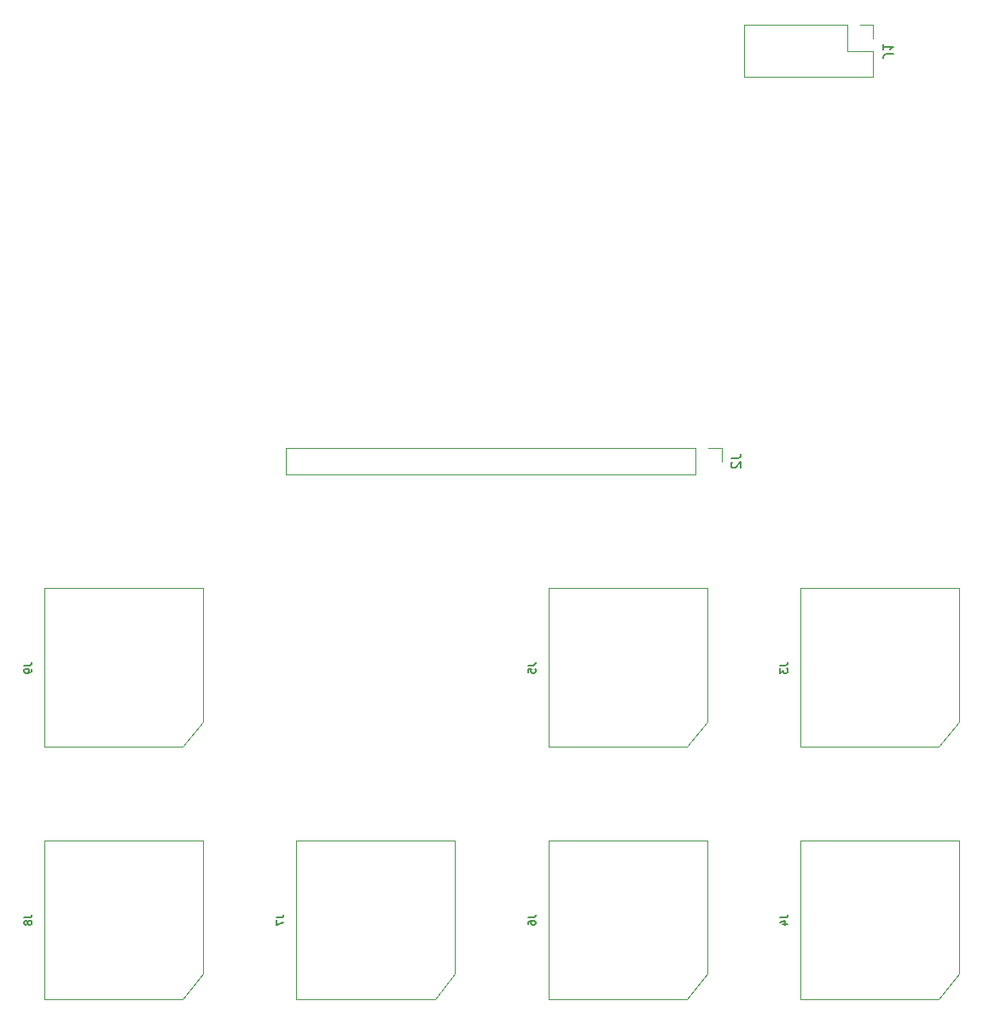
<source format=gbr>
%TF.GenerationSoftware,KiCad,Pcbnew,5.1.9-73d0e3b20d~88~ubuntu20.04.1*%
%TF.CreationDate,2021-04-01T10:52:14-04:00*%
%TF.ProjectId,ao_output,616f5f6f-7574-4707-9574-2e6b69636164,rev?*%
%TF.SameCoordinates,Original*%
%TF.FileFunction,Legend,Bot*%
%TF.FilePolarity,Positive*%
%FSLAX46Y46*%
G04 Gerber Fmt 4.6, Leading zero omitted, Abs format (unit mm)*
G04 Created by KiCad (PCBNEW 5.1.9-73d0e3b20d~88~ubuntu20.04.1) date 2021-04-01 10:52:14*
%MOMM*%
%LPD*%
G01*
G04 APERTURE LIST*
%ADD10C,0.120000*%
%ADD11C,0.150000*%
G04 APERTURE END LIST*
D10*
%TO.C,J1*%
X116830000Y-87500000D02*
X116830000Y-86170000D01*
X116830000Y-86170000D02*
X115500000Y-86170000D01*
X116830000Y-88770000D02*
X114230000Y-88770000D01*
X114230000Y-88770000D02*
X114230000Y-86170000D01*
X114230000Y-86170000D02*
X104010000Y-86170000D01*
X104010000Y-91370000D02*
X104010000Y-86170000D01*
X116830000Y-91370000D02*
X104010000Y-91370000D01*
X116830000Y-91370000D02*
X116830000Y-88770000D01*
%TO.C,J5*%
X100350000Y-155350000D02*
X100350000Y-142100000D01*
X84600000Y-157850000D02*
X98300000Y-157850000D01*
X98300000Y-157850000D02*
X98350000Y-157850000D01*
X84600000Y-142100000D02*
X84600000Y-157850000D01*
X100350000Y-142100000D02*
X84600000Y-142100000D01*
X98350000Y-157850000D02*
X100350000Y-155350000D01*
%TO.C,J4*%
X125350000Y-180350000D02*
X125350000Y-167100000D01*
X109600000Y-182850000D02*
X123300000Y-182850000D01*
X123300000Y-182850000D02*
X123350000Y-182850000D01*
X109600000Y-167100000D02*
X109600000Y-182850000D01*
X125350000Y-167100000D02*
X109600000Y-167100000D01*
X123350000Y-182850000D02*
X125350000Y-180350000D01*
%TO.C,J7*%
X75350000Y-180350000D02*
X75350000Y-167100000D01*
X59600000Y-182850000D02*
X73300000Y-182850000D01*
X73300000Y-182850000D02*
X73350000Y-182850000D01*
X59600000Y-167100000D02*
X59600000Y-182850000D01*
X75350000Y-167100000D02*
X59600000Y-167100000D01*
X73350000Y-182850000D02*
X75350000Y-180350000D01*
%TO.C,J2*%
X101830000Y-129500000D02*
X101830000Y-128170000D01*
X101830000Y-128170000D02*
X100500000Y-128170000D01*
X99230000Y-128170000D02*
X58530000Y-128170000D01*
X58530000Y-130830000D02*
X58530000Y-128170000D01*
X99230000Y-130830000D02*
X58530000Y-130830000D01*
X99230000Y-130830000D02*
X99230000Y-128170000D01*
%TO.C,J3*%
X125350000Y-155350000D02*
X125350000Y-142100000D01*
X109600000Y-157850000D02*
X123300000Y-157850000D01*
X123300000Y-157850000D02*
X123350000Y-157850000D01*
X109600000Y-142100000D02*
X109600000Y-157850000D01*
X125350000Y-142100000D02*
X109600000Y-142100000D01*
X123350000Y-157850000D02*
X125350000Y-155350000D01*
%TO.C,J9*%
X50350000Y-155350000D02*
X50350000Y-142100000D01*
X34600000Y-157850000D02*
X48300000Y-157850000D01*
X48300000Y-157850000D02*
X48350000Y-157850000D01*
X34600000Y-142100000D02*
X34600000Y-157850000D01*
X50350000Y-142100000D02*
X34600000Y-142100000D01*
X48350000Y-157850000D02*
X50350000Y-155350000D01*
%TO.C,J6*%
X100350000Y-180350000D02*
X100350000Y-167100000D01*
X84600000Y-182850000D02*
X98300000Y-182850000D01*
X98300000Y-182850000D02*
X98350000Y-182850000D01*
X84600000Y-167100000D02*
X84600000Y-182850000D01*
X100350000Y-167100000D02*
X84600000Y-167100000D01*
X98350000Y-182850000D02*
X100350000Y-180350000D01*
%TO.C,J8*%
X50350000Y-180350000D02*
X50350000Y-167100000D01*
X34600000Y-182850000D02*
X48300000Y-182850000D01*
X48300000Y-182850000D02*
X48350000Y-182850000D01*
X34600000Y-167100000D02*
X34600000Y-182850000D01*
X50350000Y-167100000D02*
X34600000Y-167100000D01*
X48350000Y-182850000D02*
X50350000Y-180350000D01*
%TO.C,J1*%
D11*
X118817619Y-89103333D02*
X118103333Y-89103333D01*
X117960476Y-89150952D01*
X117865238Y-89246190D01*
X117817619Y-89389047D01*
X117817619Y-89484285D01*
X117817619Y-88103333D02*
X117817619Y-88674761D01*
X117817619Y-88389047D02*
X118817619Y-88389047D01*
X118674761Y-88484285D01*
X118579523Y-88579523D01*
X118531904Y-88674761D01*
%TO.C,J5*%
X82589285Y-149750000D02*
X83125000Y-149750000D01*
X83232142Y-149714285D01*
X83303571Y-149642857D01*
X83339285Y-149535714D01*
X83339285Y-149464285D01*
X82589285Y-150464285D02*
X82589285Y-150107142D01*
X82946428Y-150071428D01*
X82910714Y-150107142D01*
X82875000Y-150178571D01*
X82875000Y-150357142D01*
X82910714Y-150428571D01*
X82946428Y-150464285D01*
X83017857Y-150500000D01*
X83196428Y-150500000D01*
X83267857Y-150464285D01*
X83303571Y-150428571D01*
X83339285Y-150357142D01*
X83339285Y-150178571D01*
X83303571Y-150107142D01*
X83267857Y-150071428D01*
%TO.C,J4*%
X107589285Y-174750000D02*
X108125000Y-174750000D01*
X108232142Y-174714285D01*
X108303571Y-174642857D01*
X108339285Y-174535714D01*
X108339285Y-174464285D01*
X107839285Y-175428571D02*
X108339285Y-175428571D01*
X107553571Y-175250000D02*
X108089285Y-175071428D01*
X108089285Y-175535714D01*
%TO.C,J7*%
X57589285Y-174750000D02*
X58125000Y-174750000D01*
X58232142Y-174714285D01*
X58303571Y-174642857D01*
X58339285Y-174535714D01*
X58339285Y-174464285D01*
X57589285Y-175035714D02*
X57589285Y-175535714D01*
X58339285Y-175214285D01*
%TO.C,J2*%
X102722380Y-129166666D02*
X103436666Y-129166666D01*
X103579523Y-129119047D01*
X103674761Y-129023809D01*
X103722380Y-128880952D01*
X103722380Y-128785714D01*
X102817619Y-129595238D02*
X102770000Y-129642857D01*
X102722380Y-129738095D01*
X102722380Y-129976190D01*
X102770000Y-130071428D01*
X102817619Y-130119047D01*
X102912857Y-130166666D01*
X103008095Y-130166666D01*
X103150952Y-130119047D01*
X103722380Y-129547619D01*
X103722380Y-130166666D01*
%TO.C,J3*%
X107589285Y-149750000D02*
X108125000Y-149750000D01*
X108232142Y-149714285D01*
X108303571Y-149642857D01*
X108339285Y-149535714D01*
X108339285Y-149464285D01*
X107589285Y-150035714D02*
X107589285Y-150500000D01*
X107875000Y-150250000D01*
X107875000Y-150357142D01*
X107910714Y-150428571D01*
X107946428Y-150464285D01*
X108017857Y-150500000D01*
X108196428Y-150500000D01*
X108267857Y-150464285D01*
X108303571Y-150428571D01*
X108339285Y-150357142D01*
X108339285Y-150142857D01*
X108303571Y-150071428D01*
X108267857Y-150035714D01*
%TO.C,J9*%
X32589285Y-149750000D02*
X33125000Y-149750000D01*
X33232142Y-149714285D01*
X33303571Y-149642857D01*
X33339285Y-149535714D01*
X33339285Y-149464285D01*
X33339285Y-150142857D02*
X33339285Y-150285714D01*
X33303571Y-150357142D01*
X33267857Y-150392857D01*
X33160714Y-150464285D01*
X33017857Y-150500000D01*
X32732142Y-150500000D01*
X32660714Y-150464285D01*
X32625000Y-150428571D01*
X32589285Y-150357142D01*
X32589285Y-150214285D01*
X32625000Y-150142857D01*
X32660714Y-150107142D01*
X32732142Y-150071428D01*
X32910714Y-150071428D01*
X32982142Y-150107142D01*
X33017857Y-150142857D01*
X33053571Y-150214285D01*
X33053571Y-150357142D01*
X33017857Y-150428571D01*
X32982142Y-150464285D01*
X32910714Y-150500000D01*
%TO.C,J6*%
X82589285Y-174750000D02*
X83125000Y-174750000D01*
X83232142Y-174714285D01*
X83303571Y-174642857D01*
X83339285Y-174535714D01*
X83339285Y-174464285D01*
X82589285Y-175428571D02*
X82589285Y-175285714D01*
X82625000Y-175214285D01*
X82660714Y-175178571D01*
X82767857Y-175107142D01*
X82910714Y-175071428D01*
X83196428Y-175071428D01*
X83267857Y-175107142D01*
X83303571Y-175142857D01*
X83339285Y-175214285D01*
X83339285Y-175357142D01*
X83303571Y-175428571D01*
X83267857Y-175464285D01*
X83196428Y-175500000D01*
X83017857Y-175500000D01*
X82946428Y-175464285D01*
X82910714Y-175428571D01*
X82875000Y-175357142D01*
X82875000Y-175214285D01*
X82910714Y-175142857D01*
X82946428Y-175107142D01*
X83017857Y-175071428D01*
%TO.C,J8*%
X32589285Y-174750000D02*
X33125000Y-174750000D01*
X33232142Y-174714285D01*
X33303571Y-174642857D01*
X33339285Y-174535714D01*
X33339285Y-174464285D01*
X32910714Y-175214285D02*
X32875000Y-175142857D01*
X32839285Y-175107142D01*
X32767857Y-175071428D01*
X32732142Y-175071428D01*
X32660714Y-175107142D01*
X32625000Y-175142857D01*
X32589285Y-175214285D01*
X32589285Y-175357142D01*
X32625000Y-175428571D01*
X32660714Y-175464285D01*
X32732142Y-175500000D01*
X32767857Y-175500000D01*
X32839285Y-175464285D01*
X32875000Y-175428571D01*
X32910714Y-175357142D01*
X32910714Y-175214285D01*
X32946428Y-175142857D01*
X32982142Y-175107142D01*
X33053571Y-175071428D01*
X33196428Y-175071428D01*
X33267857Y-175107142D01*
X33303571Y-175142857D01*
X33339285Y-175214285D01*
X33339285Y-175357142D01*
X33303571Y-175428571D01*
X33267857Y-175464285D01*
X33196428Y-175500000D01*
X33053571Y-175500000D01*
X32982142Y-175464285D01*
X32946428Y-175428571D01*
X32910714Y-175357142D01*
%TD*%
M02*

</source>
